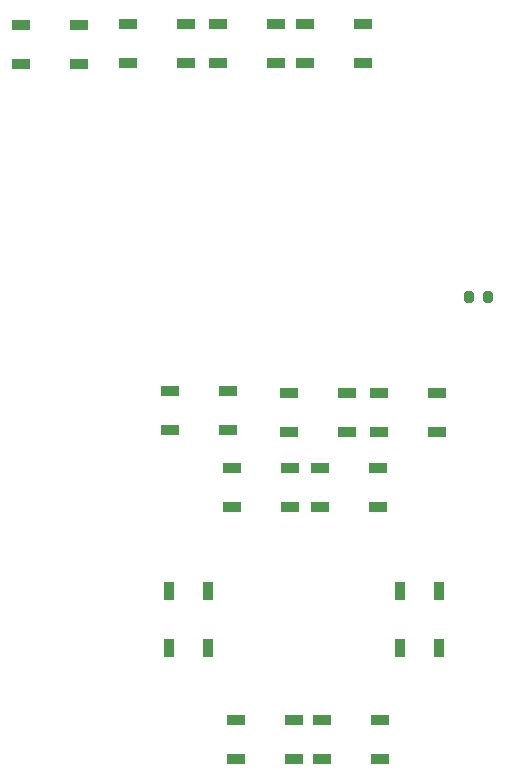
<source format=gbr>
%TF.GenerationSoftware,KiCad,Pcbnew,7.0.1*%
%TF.CreationDate,2023-04-22T13:02:42-08:00*%
%TF.ProjectId,AV COOL PANEL,41562043-4f4f-44c2-9050-414e454c2e6b,3*%
%TF.SameCoordinates,Original*%
%TF.FileFunction,Paste,Top*%
%TF.FilePolarity,Positive*%
%FSLAX46Y46*%
G04 Gerber Fmt 4.6, Leading zero omitted, Abs format (unit mm)*
G04 Created by KiCad (PCBNEW 7.0.1) date 2023-04-22 13:02:42*
%MOMM*%
%LPD*%
G01*
G04 APERTURE LIST*
G04 Aperture macros list*
%AMRoundRect*
0 Rectangle with rounded corners*
0 $1 Rounding radius*
0 $2 $3 $4 $5 $6 $7 $8 $9 X,Y pos of 4 corners*
0 Add a 4 corners polygon primitive as box body*
4,1,4,$2,$3,$4,$5,$6,$7,$8,$9,$2,$3,0*
0 Add four circle primitives for the rounded corners*
1,1,$1+$1,$2,$3*
1,1,$1+$1,$4,$5*
1,1,$1+$1,$6,$7*
1,1,$1+$1,$8,$9*
0 Add four rect primitives between the rounded corners*
20,1,$1+$1,$2,$3,$4,$5,0*
20,1,$1+$1,$4,$5,$6,$7,0*
20,1,$1+$1,$6,$7,$8,$9,0*
20,1,$1+$1,$8,$9,$2,$3,0*%
G04 Aperture macros list end*
%ADD10R,1.500000X0.900000*%
%ADD11R,0.900000X1.500000*%
%ADD12RoundRect,0.200000X0.200000X0.275000X-0.200000X0.275000X-0.200000X-0.275000X0.200000X-0.275000X0*%
G04 APERTURE END LIST*
D10*
%TO.C,D2*%
X210312000Y-37288000D03*
X210312000Y-40588000D03*
X215212000Y-40588000D03*
X215212000Y-37288000D03*
%TD*%
%TO.C,D3*%
X219382000Y-37212000D03*
X219382000Y-40512000D03*
X224282000Y-40512000D03*
X224282000Y-37212000D03*
%TD*%
%TO.C,D4*%
X227002000Y-37212000D03*
X227002000Y-40512000D03*
X231902000Y-40512000D03*
X231902000Y-37212000D03*
%TD*%
%TO.C,D5*%
X234368000Y-37212000D03*
X234368000Y-40512000D03*
X239268000Y-40512000D03*
X239268000Y-37212000D03*
%TD*%
%TO.C,D6*%
X222938000Y-68276000D03*
X222938000Y-71576000D03*
X227838000Y-71576000D03*
X227838000Y-68276000D03*
%TD*%
%TO.C,D7*%
X233008000Y-68454000D03*
X233008000Y-71754000D03*
X237908000Y-71754000D03*
X237908000Y-68454000D03*
%TD*%
%TO.C,D8*%
X240628000Y-68454000D03*
X240628000Y-71754000D03*
X245528000Y-71754000D03*
X245528000Y-68454000D03*
%TD*%
%TO.C,D9*%
X228182000Y-74804000D03*
X228182000Y-78104000D03*
X233082000Y-78104000D03*
X233082000Y-74804000D03*
%TD*%
%TO.C,D10*%
X235638000Y-74804000D03*
X235638000Y-78104000D03*
X240538000Y-78104000D03*
X240538000Y-74804000D03*
%TD*%
D11*
%TO.C,D11*%
X242444000Y-90080000D03*
X245744000Y-90080000D03*
X245744000Y-85180000D03*
X242444000Y-85180000D03*
%TD*%
D10*
%TO.C,D12*%
X235802000Y-96140000D03*
X235802000Y-99440000D03*
X240702000Y-99440000D03*
X240702000Y-96140000D03*
%TD*%
%TO.C,D13*%
X228526000Y-96140000D03*
X228526000Y-99440000D03*
X233426000Y-99440000D03*
X233426000Y-96140000D03*
%TD*%
D11*
%TO.C,D14*%
X226186000Y-85180000D03*
X222886000Y-85180000D03*
X222886000Y-90080000D03*
X226186000Y-90080000D03*
%TD*%
D12*
%TO.C,R1*%
X249875000Y-60310000D03*
X248225000Y-60310000D03*
%TD*%
M02*

</source>
